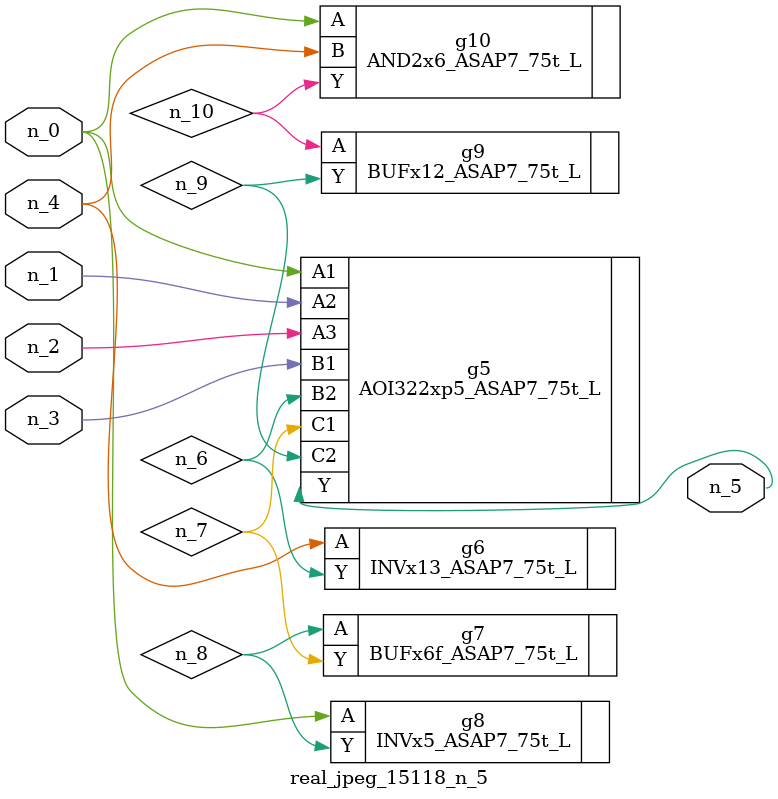
<source format=v>
module real_jpeg_15118_n_5 (n_4, n_0, n_1, n_2, n_3, n_5);

input n_4;
input n_0;
input n_1;
input n_2;
input n_3;

output n_5;

wire n_8;
wire n_6;
wire n_7;
wire n_10;
wire n_9;

AOI322xp5_ASAP7_75t_L g5 ( 
.A1(n_0),
.A2(n_1),
.A3(n_2),
.B1(n_3),
.B2(n_6),
.C1(n_7),
.C2(n_9),
.Y(n_5)
);

INVx5_ASAP7_75t_L g8 ( 
.A(n_0),
.Y(n_8)
);

AND2x6_ASAP7_75t_L g10 ( 
.A(n_0),
.B(n_4),
.Y(n_10)
);

INVx13_ASAP7_75t_L g6 ( 
.A(n_4),
.Y(n_6)
);

BUFx6f_ASAP7_75t_L g7 ( 
.A(n_8),
.Y(n_7)
);

BUFx12_ASAP7_75t_L g9 ( 
.A(n_10),
.Y(n_9)
);


endmodule
</source>
